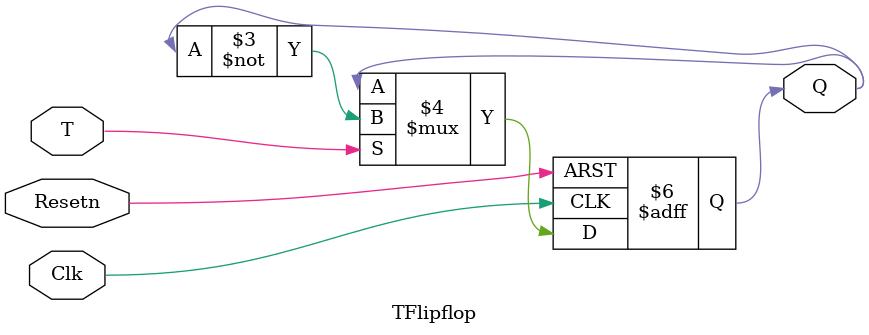
<source format=v>
module TFlipflop(T, Clk, Resetn, Q);

input T, Clk, Resetn;

output reg Q;

always@(posedge Clk or negedge Resetn)
begin
	if (!Resetn) begin
		Q <= 0;
	end else if (T) begin
		Q <= ~Q;
	end 

end

endmodule
		
</source>
